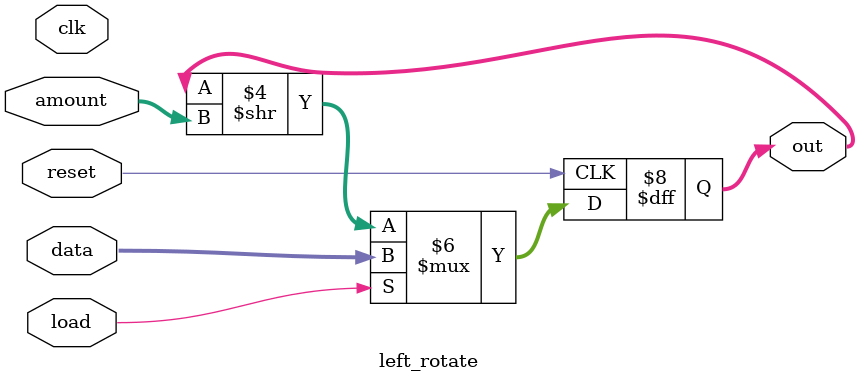
<source format=v>
module left_rotate(clk,reset,amount,data,load,out);
input clk,reset;
input [2:0] amount;
input [7:0] data;
input load;
output reg [7:0] out;
// when load is high, load data to out
// left shift and rotate the register out by amount bits

always @ (posedge reset)
if (reset == 1'b0)
begin
	out <= 8'b0;
end
else if (load)
begin
	out <= data;
end
else
begin
	out <= out << amount;// left shift
	out <= out >> amount;// right rotate
end
endmodule

</source>
